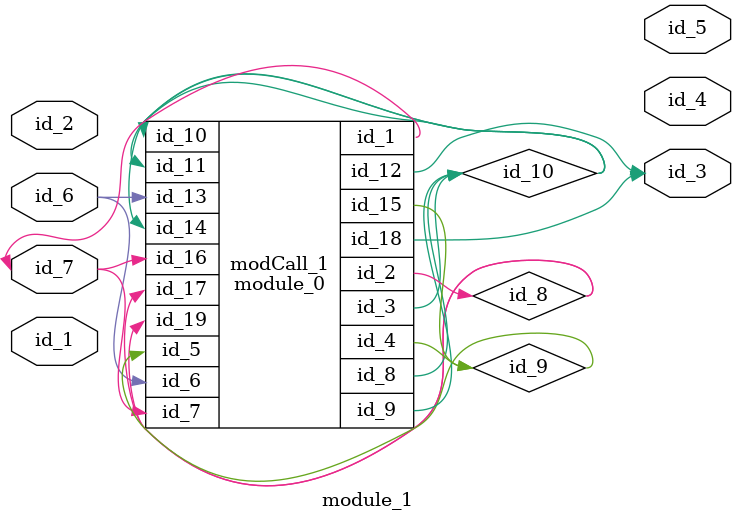
<source format=v>
module module_0 (
    id_1,
    id_2,
    id_3,
    id_4,
    id_5,
    id_6,
    id_7,
    id_8,
    id_9,
    id_10,
    id_11,
    id_12,
    id_13,
    id_14,
    id_15,
    id_16,
    id_17,
    id_18,
    id_19
);
  input wire id_19;
  output wire id_18;
  input wire id_17;
  input wire id_16;
  output wire id_15;
  input wire id_14;
  input wire id_13;
  output wire id_12;
  input wire id_11;
  input wire id_10;
  inout wire id_9;
  inout wire id_8;
  input wire id_7;
  input wire id_6;
  input wire id_5;
  inout wire id_4;
  inout wire id_3;
  inout wire id_2;
  inout wire id_1;
  assign id_1 = 1;
endmodule
module module_1 (
    id_1,
    id_2,
    id_3,
    id_4,
    id_5,
    id_6,
    id_7
);
  inout wire id_7;
  input wire id_6;
  output wire id_5;
  output wire id_4;
  output wire id_3;
  input wire id_2;
  input wire id_1;
  wire id_8, id_9, id_10;
  module_0 modCall_1 (
      id_7,
      id_8,
      id_10,
      id_9,
      id_9,
      id_6,
      id_7,
      id_10,
      id_10,
      id_10,
      id_10,
      id_3,
      id_6,
      id_10,
      id_9,
      id_7,
      id_8,
      id_3,
      id_8
  );
endmodule

</source>
